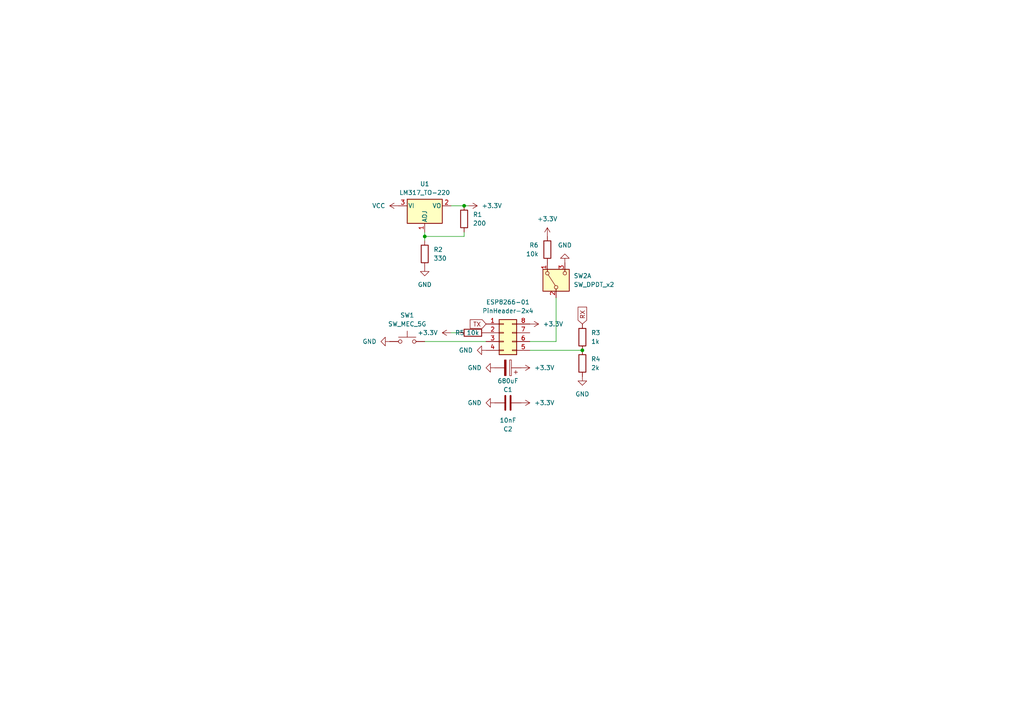
<source format=kicad_sch>
(kicad_sch (version 20230121) (generator eeschema)
  (paper "A4")
  (lib_symbols
    (symbol "Connector_Generic:Conn_02x04_Counter_Clockwise" (pin_names (offset 1.016) hide)
      (property "Reference" "J" (at 1.27 5.08 0))
      (property "Value" "Conn_02x04_Counter_Clockwise" (at 1.27 -7.62 0))
      (symbol "Conn_02x04_Counter_Clockwise_1_1"
        (rectangle (start -1.27 -4.953) (end 0 -5.207) (stroke (width 0.1524)))
        (rectangle (start -1.27 -2.413) (end 0 -2.667) (stroke (width 0.1524)))
        (rectangle (start -1.27 0.127) (end 0 -0.127) (stroke (width 0.1524)))
        (rectangle (start -1.27 2.667) (end 0 2.413) (stroke (width 0.1524)))
        (rectangle (start -1.27 3.81) (end 3.81 -6.35) (stroke (width 0.254)) (fill (type background)))
        (rectangle (start 3.81 -4.953) (end 2.54 -5.207) (stroke (width 0.1524)))
        (rectangle (start 3.81 -2.413) (end 2.54 -2.667) (stroke (width 0.1524)))
        (rectangle (start 3.81 0.127) (end 2.54 -0.127) (stroke (width 0.1524)))
        (rectangle (start 3.81 2.667) (end 2.54 2.413) (stroke (width 0.1524)))
        (pin passive line (at -5.08 2.54 0) (length 3.81) (name "Pin_1") (number "1"))
        (pin passive line (at -5.08 0 0) (length 3.81) (name "Pin_2") (number "2"))
        (pin passive line (at -5.08 -2.54 0) (length 3.81) (name "Pin_3") (number "3"))
        (pin passive line (at -5.08 -5.08 0) (length 3.81) (name "Pin_4") (number "4"))
        (pin passive line (at 7.62 -5.08 180) (length 3.81) (name "Pin_5") (number "5"))
        (pin passive line (at 7.62 -2.54 180) (length 3.81) (name "Pin_6") (number "6"))
        (pin passive line (at 7.62 0 180) (length 3.81) (name "Pin_7") (number "7"))
        (pin passive line (at 7.62 2.54 180) (length 3.81) (name "Pin_8") (number "8"))
      )
    )
    (symbol "Device:C" (pin_numbers hide) (pin_names (offset 0.254))
      (property "Reference" "C" (at 0.635 2.54 0))
      (property "Value" "C" (at 0.635 -2.54 0))
      (symbol "C_0_1"
        (polyline (pts (xy -2.032 -0.762) (xy 2.032 -0.762)) (stroke (width 0.508)))
        (polyline (pts (xy -2.032 0.762) (xy 2.032 0.762)) (stroke (width 0.508)))
      )
      (symbol "C_1_1"
        (pin passive line (at 0 3.81 270) (length 2.794) (name "~") (number "1"))
        (pin passive line (at 0 -3.81 90) (length 2.794) (name "~") (number "2"))
      )
    )
    (symbol "Device:C_Polarized" (pin_numbers hide) (pin_names (offset 0.254))
      (property "Reference" "C" (at 0.635 2.54 0))
      (property "Value" "C_Polarized" (at 0.635 -2.54 0))
      (symbol "C_Polarized_0_1"
        (rectangle (start -2.286 0.508) (end 2.286 1.016))
        (polyline (pts (xy -1.778 2.286) (xy -0.762 2.286)))
        (polyline (pts (xy -1.27 2.794) (xy -1.27 1.778)))
        (rectangle (start 2.286 -0.508) (end -2.286 -1.016) (fill (type outline)))
      )
      (symbol "C_Polarized_1_1"
        (pin passive line (at 0 3.81 270) (length 2.794) (name "~") (number "1"))
        (pin passive line (at 0 -3.81 90) (length 2.794) (name "~") (number "2"))
      )
    )
    (symbol "Device:R" (pin_numbers hide) (pin_names (offset 0))
      (property "Reference" "R" (at 2.032 0 90))
      (property "Value" "R" (at 0 0 90))
      (symbol "R_0_1"
        (rectangle (start -1.016 -2.54) (end 1.016 2.54) (stroke (width 0.254)))
      )
      (symbol "R_1_1"
        (pin passive line (at 0 3.81 270) (length 1.27) (name "~") (number "1"))
        (pin passive line (at 0 -3.81 90) (length 1.27) (name "~") (number "2"))
      )
    )
    (symbol "Regulator_Linear:LM317_TO-220" (pin_names (offset 0.254))
      (property "Reference" "U" (at -3.81 3.175 0))
      (property "Value" "LM317_TO-220" (at 0 3.175 0))
      (symbol "LM317_TO-220_0_1"
        (rectangle (start -5.08 1.905) (end 5.08 -5.08) (stroke (width 0.254)) (fill (type background)))
      )
      (symbol "LM317_TO-220_1_1"
        (pin input line (at 0 -7.62 90) (length 2.54) (name "ADJ") (number "1"))
        (pin power_out line (at 7.62 0 180) (length 2.54) (name "VO") (number "2"))
        (pin power_in line (at -7.62 0 0) (length 2.54) (name "VI") (number "3"))
      )
    )
    (symbol "Switch:SW_DPDT_x2" (pin_names (offset 0) hide)
      (property "Reference" "SW" (at 0 5.08 0))
      (property "Value" "SW_DPDT_x2" (at 0 -5.08 0))
      (symbol "SW_DPDT_x2_0_0"
        (circle (center -2.032 0) (radius 0.508))
        (circle (center 2.032 -2.54) (radius 0.508))
      )
      (symbol "SW_DPDT_x2_0_1"
        (rectangle (start -3.175 3.81) (end 3.175 -3.81) (stroke (width 0.254)) (fill (type background)))
        (polyline (pts (xy -1.524 0.254) (xy 1.5748 2.286)))
        (circle (center 2.032 2.54) (radius 0.508))
      )
      (symbol "SW_DPDT_x2_1_1"
        (pin passive line (at 5.08 2.54 180) (length 2.54) (name "A") (number "1"))
        (pin passive line (at -5.08 0 0) (length 2.54) (name "B") (number "2"))
        (pin passive line (at 5.08 -2.54 180) (length 2.54) (name "C") (number "3"))
      )
      (symbol "SW_DPDT_x2_2_1"
        (pin passive line (at 5.08 2.54 180) (length 2.54) (name "A") (number "4"))
        (pin passive line (at -5.08 0 0) (length 2.54) (name "B") (number "5"))
        (pin passive line (at 5.08 -2.54 180) (length 2.54) (name "C") (number "6"))
      )
    )
    (symbol "Switch:SW_MEC_5G" (pin_numbers hide) (pin_names (offset 1.016) hide)
      (property "Reference" "SW" (at 1.27 2.54 0))
      (property "Value" "SW_MEC_5G" (at 0 -1.524 0))
      (symbol "SW_MEC_5G_0_1"
        (circle (center -2.032 0) (radius 0.508))
        (polyline (pts (xy 0 1.27) (xy 0 3.048)))
        (polyline (pts (xy 2.54 1.27) (xy -2.54 1.27)))
        (circle (center 2.032 0) (radius 0.508))
        (pin passive line (at -5.08 0 0) (length 2.54) (name "A") (number "1"))
        (pin passive line (at 5.08 0 180) (length 2.54) (name "B") (number "3"))
      )
      (symbol "SW_MEC_5G_1_1"
        (pin passive line (at -5.08 0 0) (length 2.54) hide (name "A") (number "2"))
        (pin passive line (at 5.08 0 180) (length 2.54) hide (name "B") (number "4"))
      )
    )
    (symbol "power:+3.3V" (power) (pin_names (offset 0))
      (property "Value" "+3.3V" (at 0 3.556 0))
      (symbol "+3.3V_0_1"
        (polyline (pts (xy -0.762 1.27) (xy 0 2.54)))
        (polyline (pts (xy 0 0) (xy 0 2.54)))
        (polyline (pts (xy 0 2.54) (xy 0.762 1.27)))
      )
      (symbol "+3.3V_1_1"
        (pin power_in line (at 0 0 90) (length 0) hide (name "+3.3V") (number "1"))
      )
    )
    (symbol "power:GND" (power) (pin_names (offset 0))
      (property "Value" "GND" (at 0 -3.81 0))
      (symbol "GND_0_1"
        (polyline (pts (xy 0 0) (xy 0 -1.27) (xy 1.27 -1.27) (xy 0 -2.54) (xy -1.27 -1.27) (xy 0 -1.27)))
      )
      (symbol "GND_1_1"
        (pin power_in line (at 0 0 270) (length 0) hide (name "GND") (number "1"))
      )
    )
    (symbol "power:VCC" (power) (pin_names (offset 0))
      (property "Value" "VCC" (at 0 3.81 0))
      (symbol "VCC_0_1"
        (polyline (pts (xy -0.762 1.27) (xy 0 2.54)))
        (polyline (pts (xy 0 0) (xy 0 2.54)))
        (polyline (pts (xy 0 2.54) (xy 0.762 1.27)))
      )
      (symbol "VCC_1_1"
        (pin power_in line (at 0 0 90) (length 0) hide (name "VCC") (number "1"))
      )
    )
  )
  (junction (at 168.91 101.6))
  (junction (at 123.19 68.58))
  (junction (at 134.62 59.69))
  (wire (pts (xy 161.29 86.36) (xy 161.29 99.06)))
  (wire (pts (xy 161.29 99.06) (xy 153.67 99.06)))
  (wire (pts (xy 123.19 99.06) (xy 140.97 99.06)))
  (wire (pts (xy 130.81 96.52) (xy 133.35 96.52)))
  (wire (pts (xy 123.19 68.58) (xy 134.62 68.58)))
  (wire (pts (xy 123.19 69.85) (xy 123.19 68.58)))
  (wire (pts (xy 153.67 101.6) (xy 168.91 101.6)))
  (wire (pts (xy 123.19 67.31) (xy 123.19 68.58)))
  (wire (pts (xy 134.62 59.69) (xy 130.81 59.69)))
  (wire (pts (xy 135.89 59.69) (xy 134.62 59.69)))
  (wire (pts (xy 134.62 68.58) (xy 134.62 67.31)))
  (global_label "RX" (shape input) (at 168.91 93.98 90) (property "Intersheetrefs" "${INTERSHEET_REFS}" (effects hide)))
  (global_label "TX" (shape input) (at 140.97 93.98 180) (property "Intersheetrefs" "${INTERSHEET_REFS}" (effects hide)))
  (symbol (lib_id "power:+3.3V") (at 158.75 68.58 0) (unit 1)
    (property "Reference" "#PWR011" (effects hide))
    (property "Value" "+3.3V" (at 158.75 63.5 0))
  )
  (symbol (lib_id "power:GND") (at 143.51 106.68 270) (unit 1)
    (property "Reference" "#PWR07" (effects hide))
    (property "Value" "GND" (at 139.7 106.68 90) (effects (justify right)))
  )
  (symbol (lib_id "Connector_Generic:Conn_02x04_Counter_Clockwise") (at 146.05 96.52 0) (unit 1)
    (property "Reference" "ESP8266-01" (at 147.32 87.63 0))
    (property "Value" "PinHeader-2x4" (at 147.32 90.17 0))
    (property "Footprint" "Connector_PinHeader_2.54mm:PinHeader_2x04_P2.54mm_Vertical" (effects hide))
  )
  (symbol (lib_id "power:VCC") (at 115.57 59.69 90) (unit 1)
    (property "Reference" "#PWR01" (effects hide))
    (property "Value" "VCC" (at 111.76 59.69 90) (effects (justify left)))
  )
  (symbol (lib_id "Switch:SW_MEC_5G") (at 118.11 99.06 0) (unit 1)
    (property "Reference" "SW1" (at 118.11 91.44 0))
    (property "Value" "SW_MEC_5G" (at 118.11 93.98 0))
    (property "Footprint" "Button_Switch_THT:SW_PUSH_6mm" (effects hide))
    (property "Datasheet" "http://www.apem.com/int/index.php?controller=attachment&id_attachment=488" (effects hide))
  )
  (symbol (lib_id "power:GND") (at 143.51 116.84 270) (unit 1)
    (property "Reference" "#PWR013" (effects hide))
    (property "Value" "GND" (at 139.7 116.84 90) (effects (justify right)))
  )
  (symbol (lib_id "power:GND") (at 163.83 76.2 180) (unit 1)
    (property "Reference" "#PWR012" (effects hide))
    (property "Value" "GND" (at 163.83 71.12 0))
  )
  (symbol (lib_id "power:+3.3V") (at 135.89 59.69 270) (unit 1)
    (property "Reference" "#PWR02" (effects hide))
    (property "Value" "+3.3V" (at 139.7 59.69 90) (effects (justify left)))
  )
  (symbol (lib_id "Device:R") (at 134.62 63.5 0) (unit 1)
    (property "Reference" "R1" (at 137.16 62.23 0) (effects (justify left)))
    (property "Value" "200" (at 137.16 64.77 0) (effects (justify left)))
    (property "Footprint" "Resistor_THT:R_Axial_DIN0207_L6.3mm_D2.5mm_P7.62mm_Horizontal" (effects hide))
  )
  (symbol (lib_id "Device:R") (at 168.91 105.41 0) (unit 1)
    (property "Reference" "R4" (at 171.45 104.14 0) (effects (justify left)))
    (property "Value" "2k" (at 171.45 106.68 0) (effects (justify left)))
    (property "Footprint" "Resistor_THT:R_Axial_DIN0207_L6.3mm_D2.5mm_P7.62mm_Horizontal" (effects hide))
  )
  (symbol (lib_id "power:+3.3V") (at 151.13 106.68 270) (unit 1)
    (property "Reference" "#PWR06" (effects hide))
    (property "Value" "+3.3V" (at 154.94 106.68 90) (effects (justify left)))
  )
  (symbol (lib_id "Device:R") (at 168.91 97.79 0) (unit 1)
    (property "Reference" "R3" (at 171.45 96.52 0) (effects (justify left)))
    (property "Value" "1k" (at 171.45 99.06 0) (effects (justify left)))
    (property "Footprint" "Resistor_THT:R_Axial_DIN0207_L6.3mm_D2.5mm_P7.62mm_Horizontal" (effects hide))
  )
  (symbol (lib_id "power:+3.3V") (at 130.81 96.52 90) (unit 1)
    (property "Reference" "#PWR08" (effects hide))
    (property "Value" "+3.3V" (at 127 96.52 90) (effects (justify left)))
  )
  (symbol (lib_id "power:GND") (at 123.19 77.47 0) (unit 1)
    (property "Reference" "#PWR03" (effects hide))
    (property "Value" "GND" (at 123.19 82.55 0))
  )
  (symbol (lib_id "Switch:SW_DPDT_x2") (at 161.29 81.28 90) (unit 1)
    (property "Reference" "SW2" (at 166.37 80.01 90) (effects (justify right)))
    (property "Value" "SW_DPDT_x2" (at 166.37 82.55 90) (effects (justify right)))
    (property "Footprint" "Connector_PinSocket_2.54mm:PinSocket_1x03_P2.54mm_Vertical" (effects hide))
  )
  (symbol (lib_id "Device:R") (at 123.19 73.66 0) (unit 1)
    (property "Reference" "R2" (at 125.73 72.39 0) (effects (justify left)))
    (property "Value" "330" (at 125.73 74.93 0) (effects (justify left)))
    (property "Footprint" "Resistor_THT:R_Axial_DIN0207_L6.3mm_D2.5mm_P7.62mm_Horizontal" (effects hide))
  )
  (symbol (lib_id "power:GND") (at 168.91 109.22 0) (unit 1)
    (property "Reference" "#PWR010" (effects hide))
    (property "Value" "GND" (at 168.91 114.3 0))
  )
  (symbol (lib_id "power:GND") (at 140.97 101.6 270) (unit 1)
    (property "Reference" "#PWR05" (effects hide))
    (property "Value" "GND" (at 137.16 101.6 90) (effects (justify right)))
  )
  (symbol (lib_id "Device:C_Polarized") (at 147.32 106.68 270) (mirror x) (unit 1)
    (property "Reference" "C1" (at 147.32 113.03 90))
    (property "Value" "680uF" (at 147.32 110.49 90))
    (property "Footprint" "Capacitor_THT:CP_Radial_D8.0mm_P3.80mm" (effects hide))
  )
  (symbol (lib_id "Device:R") (at 158.75 72.39 0) (mirror y) (unit 1)
    (property "Reference" "R6" (at 156.21 71.12 0) (effects (justify left)))
    (property "Value" "10k" (at 156.21 73.66 0) (effects (justify left)))
    (property "Footprint" "Resistor_THT:R_Axial_DIN0207_L6.3mm_D2.5mm_P7.62mm_Horizontal" (effects hide))
  )
  (symbol (lib_id "power:GND") (at 113.03 99.06 270) (unit 1)
    (property "Reference" "#PWR09" (effects hide))
    (property "Value" "GND" (at 109.22 99.06 90) (effects (justify right)))
  )
  (symbol (lib_id "Regulator_Linear:LM317_TO-220") (at 123.19 59.69 0) (unit 1)
    (property "Reference" "U1" (at 123.19 53.34 0))
    (property "Value" "LM317_TO-220" (at 123.19 55.88 0))
    (property "Footprint" "Package_TO_SOT_THT:TO-220-3_Vertical" (effects hide))
    (property "Datasheet" "http://www.ti.com/lit/ds/symlink/lm317.pdf" (effects hide))
  )
  (symbol (lib_id "power:+3.3V") (at 151.13 116.84 270) (unit 1)
    (property "Reference" "#PWR014" (effects hide))
    (property "Value" "+3.3V" (at 154.94 116.84 90) (effects (justify left)))
  )
  (symbol (lib_id "Device:C") (at 147.32 116.84 270) (unit 1)
    (property "Reference" "C2" (at 147.32 124.46 90))
    (property "Value" "10nF" (at 147.32 121.92 90))
    (property "Footprint" "Capacitor_THT:C_Disc_D5.0mm_W2.5mm_P2.50mm" (effects hide))
  )
  (symbol (lib_id "power:+3.3V") (at 153.67 93.98 270) (unit 1)
    (property "Reference" "#PWR04" (effects hide))
    (property "Value" "+3.3V" (at 157.48 93.98 90) (effects (justify left)))
  )
  (symbol (lib_id "Device:R") (at 137.16 96.52 90) (unit 1)
    (property "Reference" "R5" (at 133.35 96.52 90))
    (property "Value" "10k" (at 137.16 96.52 90))
    (property "Footprint" "Resistor_THT:R_Axial_DIN0207_L6.3mm_D2.5mm_P7.62mm_Horizontal" (effects hide))
  )
)
</source>
